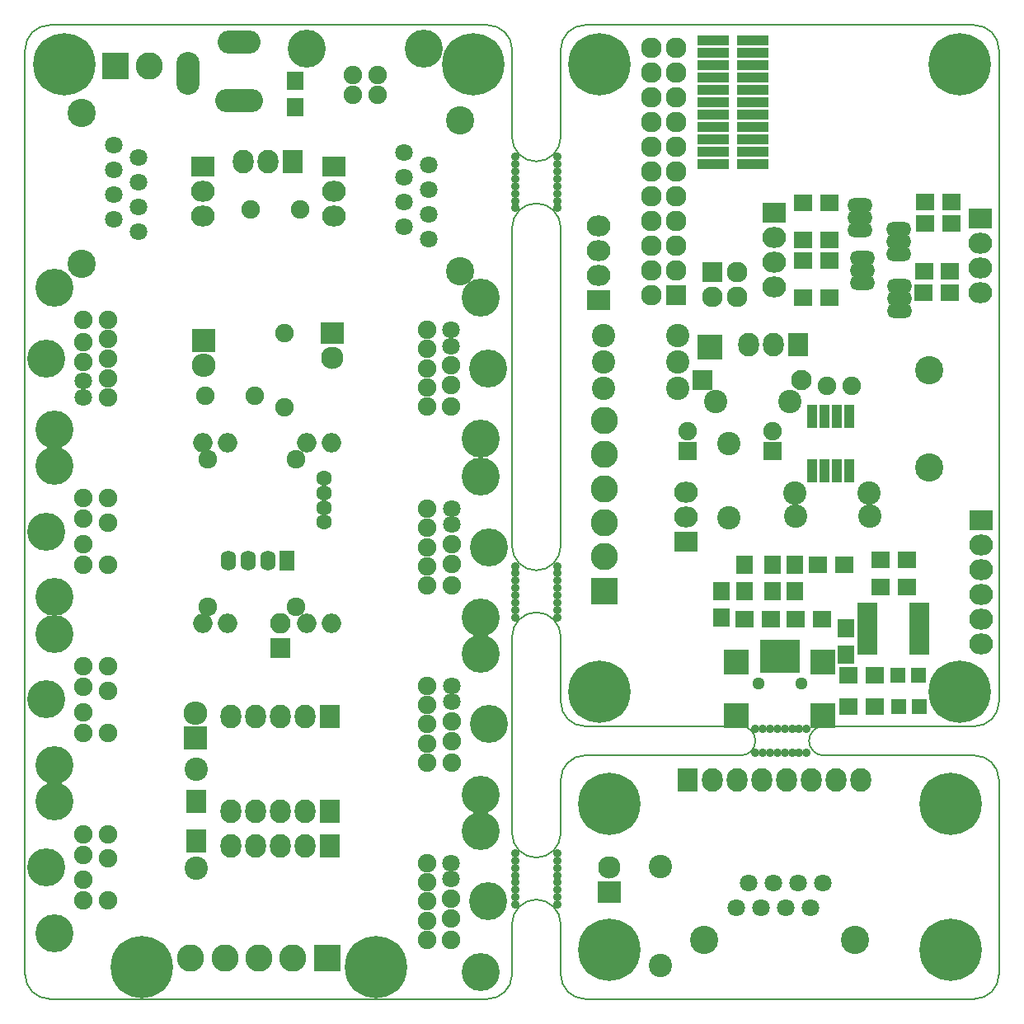
<source format=gts>
G04 #@! TF.GenerationSoftware,KiCad,Pcbnew,5.1.5-52549c5~84~ubuntu18.04.1*
G04 #@! TF.CreationDate,2020-02-09T19:15:05+01:00*
G04 #@! TF.ProjectId,BPI-AddOn,4250492d-4164-4644-9f6e-2e6b69636164,rev?*
G04 #@! TF.SameCoordinates,Original*
G04 #@! TF.FileFunction,Soldermask,Top*
G04 #@! TF.FilePolarity,Negative*
%FSLAX46Y46*%
G04 Gerber Fmt 4.6, Leading zero omitted, Abs format (unit mm)*
G04 Created by KiCad (PCBNEW 5.1.5-52549c5~84~ubuntu18.04.1) date 2020-02-09 19:15:05*
%MOMM*%
%LPD*%
G04 APERTURE LIST*
%ADD10C,0.150000*%
%ADD11O,2.100000X2.100000*%
%ADD12R,2.100000X2.100000*%
%ADD13C,1.901140*%
%ADD14C,1.900000*%
%ADD15C,2.900000*%
%ADD16C,1.800000*%
%ADD17C,0.900000*%
%ADD18O,1.598880X2.099260*%
%ADD19R,1.598880X2.099260*%
%ADD20R,2.127200X2.127200*%
%ADD21O,2.127200X2.127200*%
%ADD22C,6.400000*%
%ADD23C,3.900000*%
%ADD24R,2.432000X2.127200*%
%ADD25O,2.432000X2.127200*%
%ADD26R,2.127200X2.432000*%
%ADD27O,2.127200X2.432000*%
%ADD28C,2.800000*%
%ADD29R,2.800000X2.800000*%
%ADD30O,2.398980X4.400500*%
%ADD31O,4.400500X2.398980*%
%ADD32O,4.900880X2.398980*%
%ADD33R,1.700000X1.900000*%
%ADD34R,0.999440X2.398980*%
%ADD35R,3.190000X1.140000*%
%ADD36R,1.900000X1.900000*%
%ADD37C,2.099260*%
%ADD38R,2.099260X2.099260*%
%ADD39C,2.899360*%
%ADD40R,1.900000X1.700000*%
%ADD41R,1.598880X1.598880*%
%ADD42R,2.597100X2.597100*%
%ADD43R,0.897840X3.400000*%
%ADD44C,1.299160*%
%ADD45R,2.051000X0.806400*%
%ADD46R,2.432000X2.432000*%
%ADD47O,2.432000X2.432000*%
%ADD48R,2.100000X2.400000*%
%ADD49C,2.398980*%
%ADD50C,3.900120*%
%ADD51R,2.400000X2.300000*%
%ADD52C,2.300000*%
%ADD53O,2.600000X1.500000*%
%ADD54R,2.635200X2.635200*%
%ADD55O,2.000000X2.000000*%
%ADD56C,1.924000*%
%ADD57C,1.600000*%
G04 APERTURE END LIST*
D10*
X167000000Y-126500000D02*
X167000000Y-146500000D01*
X167000000Y-118500000D02*
X167000000Y-51500000D01*
X122000000Y-112500000D02*
X122000000Y-118500000D01*
X122000000Y-126500000D02*
X122000000Y-132000000D01*
X117000000Y-69800000D02*
X117000000Y-102500000D01*
X122000000Y-102500000D02*
X122000000Y-69800000D01*
X117000000Y-112500000D02*
X117000000Y-111800000D01*
X122000000Y-112500000D02*
X122000000Y-111800000D01*
X117000000Y-146500000D02*
X117000000Y-141300000D01*
X122000000Y-141300000D02*
X122000000Y-146500000D01*
X117000000Y-129500000D02*
X117000000Y-132000000D01*
X117000000Y-112500000D02*
X117000000Y-129500000D01*
X117000000Y-102500000D02*
G75*
G03X119500000Y-105000000I2500000J0D01*
G01*
X119500000Y-105000000D02*
G75*
G03X122000000Y-102500000I0J2500000D01*
G01*
X119500000Y-109300000D02*
G75*
G03X117000000Y-111800000I0J-2500000D01*
G01*
X122000000Y-111800000D02*
G75*
G03X119500000Y-109300000I-2500000J0D01*
G01*
X149000000Y-124000000D02*
X164500000Y-124000000D01*
X167000000Y-126500000D02*
G75*
G03X164500000Y-124000000I-2500000J0D01*
G01*
X149000000Y-121000000D02*
X164500000Y-121000000D01*
X124500000Y-124000000D02*
X140500000Y-124000000D01*
X124500000Y-121000000D02*
X140500000Y-121000000D01*
X164500000Y-121000000D02*
G75*
G03X167000000Y-118500000I0J2500000D01*
G01*
X147500000Y-122500000D02*
G75*
G03X149000000Y-124000000I1500000J0D01*
G01*
X149000000Y-121000000D02*
G75*
G03X147500000Y-122500000I0J-1500000D01*
G01*
X140500000Y-124000000D02*
G75*
G03X142000000Y-122500000I0J1500000D01*
G01*
X142000000Y-122500000D02*
G75*
G03X140500000Y-121000000I-1500000J0D01*
G01*
X122000000Y-118500000D02*
G75*
G03X124500000Y-121000000I2500000J0D01*
G01*
X124500000Y-124000000D02*
G75*
G03X122000000Y-126500000I0J-2500000D01*
G01*
X119500000Y-67300000D02*
G75*
G03X117000000Y-69800000I0J-2500000D01*
G01*
X122000000Y-69800000D02*
G75*
G03X119500000Y-67300000I-2500000J0D01*
G01*
X117000000Y-132000000D02*
G75*
G03X119500000Y-134500000I2500000J0D01*
G01*
X119500000Y-134500000D02*
G75*
G03X122000000Y-132000000I0J2500000D01*
G01*
X122000000Y-60500000D02*
X122000000Y-51500000D01*
X119500000Y-63000000D02*
G75*
G03X122000000Y-60500000I0J2500000D01*
G01*
X117000000Y-60500000D02*
G75*
G03X119500000Y-63000000I2500000J0D01*
G01*
X124500000Y-49000000D02*
G75*
G03X122000000Y-51500000I0J-2500000D01*
G01*
X119500000Y-138800000D02*
G75*
G03X117000000Y-141300000I0J-2500000D01*
G01*
X122000000Y-141300000D02*
G75*
G03X119500000Y-138800000I-2500000J0D01*
G01*
X117000000Y-51500000D02*
X117000000Y-60500000D01*
X124500000Y-49000000D02*
X164500000Y-49000000D01*
X124500000Y-149000000D02*
X164500000Y-149000000D01*
X122000000Y-146500000D02*
G75*
G03X124500000Y-149000000I2500000J0D01*
G01*
X117000000Y-51500000D02*
G75*
G03X114500000Y-49000000I-2500000J0D01*
G01*
X114500000Y-149000000D02*
G75*
G03X117000000Y-146500000I0J2500000D01*
G01*
X67000000Y-146500000D02*
G75*
G03X69500000Y-149000000I2500000J0D01*
G01*
X164500000Y-149000000D02*
G75*
G03X167000000Y-146500000I0J2500000D01*
G01*
X69500000Y-49000000D02*
G75*
G03X67000000Y-51500000I0J-2500000D01*
G01*
X167000000Y-51500000D02*
G75*
G03X164500000Y-49000000I-2500000J0D01*
G01*
X67000000Y-146500000D02*
X67000000Y-51500000D01*
X69500000Y-149000000D02*
X114500000Y-149000000D01*
X69500000Y-49000000D02*
X114500000Y-49000000D01*
D11*
X93218000Y-110439200D03*
D12*
X93218000Y-112979200D03*
D13*
X90170000Y-67970400D03*
X95250000Y-67970400D03*
D14*
X90576400Y-87071200D03*
X85496400Y-87071200D03*
D15*
X152225200Y-142949200D03*
X136725200Y-142949200D03*
D16*
X148920200Y-137119200D03*
X147650200Y-139659200D03*
X146380200Y-137119200D03*
X145110200Y-139659200D03*
X143840200Y-137119200D03*
X141300200Y-137119200D03*
X140030200Y-139659200D03*
X142570200Y-139659200D03*
D17*
X117350000Y-67800000D03*
X117350000Y-67050000D03*
X117350000Y-62550000D03*
X117350000Y-63300000D03*
X117350000Y-64050000D03*
X117350000Y-64800000D03*
X117350000Y-65550000D03*
X117350000Y-66300000D03*
D18*
X87900260Y-104000000D03*
X91900760Y-104000000D03*
X89899240Y-104000000D03*
D19*
X93902280Y-104000000D03*
D20*
X133858000Y-76733400D03*
D21*
X131318000Y-76733400D03*
X133858000Y-74193400D03*
X131318000Y-74193400D03*
X133858000Y-71653400D03*
X131318000Y-71653400D03*
X133858000Y-69113400D03*
X131318000Y-69113400D03*
X133858000Y-66573400D03*
X131318000Y-66573400D03*
X133858000Y-64033400D03*
X131318000Y-64033400D03*
X133858000Y-61493400D03*
X131318000Y-61493400D03*
X133858000Y-58953400D03*
X131318000Y-58953400D03*
X133858000Y-56413400D03*
X131318000Y-56413400D03*
X133858000Y-53873400D03*
X131318000Y-53873400D03*
X133858000Y-51333400D03*
X131318000Y-51333400D03*
D22*
X162000000Y-129000000D03*
X163000000Y-117500000D03*
X126000000Y-53000000D03*
X163000000Y-53000000D03*
X126000000Y-117500000D03*
X162000000Y-144000000D03*
X127000000Y-129000000D03*
X127000000Y-144000000D03*
X103000000Y-145750000D03*
X113000000Y-53000000D03*
X79000000Y-145750000D03*
D16*
X110750000Y-136700000D03*
D14*
X110750000Y-138700000D03*
X110750000Y-140700000D03*
D16*
X110750000Y-135050000D03*
D14*
X108250000Y-137000000D03*
X108250000Y-139000000D03*
X110750000Y-142950000D03*
X108250000Y-135050000D03*
X108250000Y-141000000D03*
X108250000Y-142950000D03*
D23*
X113750000Y-146250000D03*
X114550000Y-139000000D03*
X113750000Y-131750000D03*
D16*
X110800000Y-118500000D03*
D14*
X110800000Y-120500000D03*
X110800000Y-122500000D03*
D16*
X110800000Y-116850000D03*
D14*
X108300000Y-118800000D03*
X108300000Y-120800000D03*
X110800000Y-124750000D03*
X108300000Y-116850000D03*
X108300000Y-122800000D03*
X108300000Y-124750000D03*
D23*
X113800000Y-128050000D03*
X114600000Y-120800000D03*
X113800000Y-113550000D03*
D16*
X110800000Y-100300000D03*
D14*
X110800000Y-102300000D03*
X110800000Y-104300000D03*
D16*
X110800000Y-98650000D03*
D14*
X108300000Y-100600000D03*
X108300000Y-102600000D03*
X110800000Y-106550000D03*
X108300000Y-98650000D03*
X108300000Y-104600000D03*
X108300000Y-106550000D03*
D23*
X113800000Y-109850000D03*
X114600000Y-102600000D03*
X113800000Y-95350000D03*
D16*
X110750000Y-81950000D03*
D14*
X110750000Y-83950000D03*
X110750000Y-85950000D03*
D16*
X110750000Y-80300000D03*
D14*
X108250000Y-82250000D03*
X108250000Y-84250000D03*
X110750000Y-88200000D03*
X108250000Y-80300000D03*
X108250000Y-86250000D03*
X108250000Y-88200000D03*
D23*
X113750000Y-91500000D03*
X114550000Y-84250000D03*
X113750000Y-77000000D03*
D16*
X73000000Y-85550000D03*
D14*
X73000000Y-83550000D03*
X73000000Y-81550000D03*
D16*
X73000000Y-87200000D03*
D14*
X75500000Y-85250000D03*
X75500000Y-83250000D03*
X73000000Y-79300000D03*
X75500000Y-87200000D03*
X75500000Y-81250000D03*
X75500000Y-79300000D03*
D23*
X70000000Y-76000000D03*
X69200000Y-83250000D03*
X70000000Y-90500000D03*
D14*
X73000000Y-119550000D03*
X73000000Y-116950000D03*
X73000000Y-121650000D03*
X73000000Y-114850000D03*
X75500000Y-121650000D03*
X75500000Y-117350000D03*
X75500000Y-114850000D03*
D23*
X70000000Y-111500000D03*
X69200000Y-118250000D03*
X70000000Y-125000000D03*
D14*
X73000000Y-136800000D03*
X73000000Y-134200000D03*
X73000000Y-138900000D03*
X73000000Y-132100000D03*
X75500000Y-138900000D03*
X75500000Y-134600000D03*
X75500000Y-132100000D03*
D23*
X70000000Y-128750000D03*
X69200000Y-135500000D03*
X70000000Y-142250000D03*
D16*
X76090000Y-63845000D03*
X76090000Y-61305000D03*
X78630000Y-62575000D03*
X78630000Y-65115000D03*
X76090000Y-66385000D03*
X78630000Y-67655000D03*
X76090000Y-68925000D03*
X78630000Y-70195000D03*
D15*
X72800000Y-58000000D03*
X72800000Y-73500000D03*
D16*
X108410000Y-68405000D03*
X108410000Y-70945000D03*
X105870000Y-69675000D03*
X105870000Y-67135000D03*
X108410000Y-65865000D03*
X105870000Y-64595000D03*
X108410000Y-63325000D03*
X105870000Y-62055000D03*
D15*
X111700000Y-74250000D03*
X111700000Y-58750000D03*
D24*
X85250000Y-63500000D03*
D25*
X85250000Y-66040000D03*
X85250000Y-68580000D03*
D24*
X98750000Y-63500000D03*
D25*
X98750000Y-66040000D03*
X98750000Y-68580000D03*
D22*
X71000000Y-53000000D03*
D26*
X98250000Y-133250000D03*
D27*
X95710000Y-133250000D03*
X93170000Y-133250000D03*
X90630000Y-133250000D03*
X88090000Y-133250000D03*
D28*
X94500000Y-144800000D03*
D29*
X98000000Y-144800000D03*
D28*
X91000000Y-144800000D03*
X87500000Y-144800000D03*
X84000000Y-144800000D03*
D30*
X83699020Y-54000120D03*
D31*
X89000000Y-50748920D03*
D32*
X89000000Y-56750940D03*
D26*
X135000000Y-126500000D03*
D27*
X137540000Y-126500000D03*
X140080000Y-126500000D03*
X142620000Y-126500000D03*
X145160000Y-126500000D03*
X147700000Y-126500000D03*
X150240000Y-126500000D03*
X152780000Y-126500000D03*
D26*
X98250000Y-129750000D03*
D27*
X95710000Y-129750000D03*
X93170000Y-129750000D03*
X90630000Y-129750000D03*
X88090000Y-129750000D03*
D26*
X98250000Y-120000000D03*
D27*
X95710000Y-120000000D03*
X93170000Y-120000000D03*
X90630000Y-120000000D03*
X88090000Y-120000000D03*
D28*
X79750000Y-53200000D03*
D29*
X76250000Y-53200000D03*
D33*
X94742000Y-54720500D03*
X94742000Y-57420500D03*
D34*
X151663400Y-89204800D03*
X150393400Y-89204800D03*
X149123400Y-89204800D03*
X147853400Y-89204800D03*
X147853400Y-94792800D03*
X149123400Y-94792800D03*
X150393400Y-94792800D03*
X151663400Y-94792800D03*
D26*
X94500000Y-63000000D03*
D27*
X91960000Y-63000000D03*
X89420000Y-63000000D03*
D13*
X149352000Y-86042500D03*
X151892000Y-86042500D03*
D35*
X141757400Y-63246000D03*
X137693400Y-63246000D03*
X141757400Y-61976000D03*
X137693400Y-61976000D03*
X141757400Y-60706000D03*
X137693400Y-60706000D03*
X141757400Y-59436000D03*
X137693400Y-59436000D03*
X141757400Y-58166000D03*
X137693400Y-58166000D03*
X141757400Y-56896000D03*
X137693400Y-56896000D03*
X141757400Y-55626000D03*
X137693400Y-55626000D03*
X141757400Y-54356000D03*
X137693400Y-54356000D03*
X141757400Y-53086000D03*
X137693400Y-53086000D03*
X141757400Y-51816000D03*
X137693400Y-51816000D03*
X141757400Y-50546000D03*
X137693400Y-50546000D03*
D36*
X143764000Y-92694000D03*
D14*
X143764000Y-90694000D03*
D36*
X135001000Y-92694000D03*
D14*
X135001000Y-90694000D03*
D37*
X146749020Y-85468460D03*
D38*
X136589020Y-85468460D03*
D14*
X73000000Y-102300000D03*
X73000000Y-99700000D03*
X73000000Y-104400000D03*
X73000000Y-97600000D03*
X75500000Y-104400000D03*
X75500000Y-100100000D03*
X75500000Y-97600000D03*
D23*
X70000000Y-94250000D03*
X69200000Y-101000000D03*
X70000000Y-107750000D03*
D39*
X159829500Y-84406740D03*
X159829500Y-94409260D03*
D33*
X138480800Y-107158800D03*
X138480800Y-109858800D03*
D40*
X151083000Y-104457500D03*
X148383000Y-104457500D03*
X143600000Y-110000000D03*
X140900000Y-110000000D03*
X146150000Y-110000000D03*
X148850000Y-110000000D03*
X154860000Y-103949500D03*
X157560000Y-103949500D03*
X154860000Y-106680000D03*
X157560000Y-106680000D03*
D41*
X158783020Y-118999000D03*
X156684980Y-118999000D03*
X158719520Y-115760500D03*
X156621480Y-115760500D03*
D42*
X148929760Y-114380500D03*
D43*
X142902340Y-113800000D03*
X143702440Y-113800000D03*
X144500000Y-113800000D03*
X145297560Y-113800000D03*
X146097660Y-113800000D03*
D44*
X142302900Y-116628400D03*
X146699640Y-116628400D03*
D42*
X140070240Y-114380500D03*
X140070240Y-119879600D03*
X148929760Y-119879600D03*
D24*
X165201600Y-99822000D03*
D25*
X165201600Y-102362000D03*
X165201600Y-104902000D03*
X165201600Y-107442000D03*
X165201600Y-109982000D03*
X165201600Y-112522000D03*
D33*
X146000000Y-104400000D03*
X146000000Y-107100000D03*
D45*
X158813500Y-111315500D03*
X158813500Y-110680500D03*
X158813500Y-110045500D03*
X158813500Y-109410500D03*
X153479500Y-113220500D03*
X158813500Y-113220500D03*
X158813500Y-112585500D03*
X158813500Y-111950500D03*
X153479500Y-108775500D03*
X153479500Y-109410500D03*
X153479500Y-110045500D03*
X153479500Y-110680500D03*
X153479500Y-111315500D03*
X153479500Y-111950500D03*
X158813500Y-108775500D03*
X153479500Y-112585500D03*
D28*
X126480800Y-103598800D03*
D29*
X126480800Y-107098800D03*
D28*
X126480800Y-100098800D03*
X126480800Y-96598800D03*
X126480800Y-93098800D03*
X126480800Y-89598800D03*
D46*
X84518500Y-122237500D03*
D47*
X84518500Y-119697500D03*
D48*
X84582000Y-132746500D03*
X84582000Y-128746500D03*
D49*
X153733500Y-99441000D03*
X146113500Y-99441000D03*
X137922000Y-87693500D03*
X145542000Y-87693500D03*
X139255500Y-99631500D03*
X139255500Y-92011500D03*
D33*
X143750000Y-107100000D03*
X143750000Y-104400000D03*
D40*
X154258000Y-118999000D03*
X151558000Y-118999000D03*
X154258000Y-115760500D03*
X151558000Y-115760500D03*
D33*
X151257000Y-113618000D03*
X151257000Y-110918000D03*
D49*
X146050000Y-97028000D03*
X153670000Y-97028000D03*
D14*
X93599000Y-80645000D03*
X93599000Y-88265000D03*
D17*
X142000000Y-123750000D03*
X142750000Y-123750000D03*
X147250000Y-123750000D03*
X146500000Y-123750000D03*
X145750000Y-123750000D03*
X145000000Y-123750000D03*
X144250000Y-123750000D03*
X143500000Y-123750000D03*
X142000000Y-121250000D03*
X142750000Y-121250000D03*
X147250000Y-121250000D03*
X146500000Y-121250000D03*
X145750000Y-121250000D03*
X145000000Y-121250000D03*
X144250000Y-121250000D03*
X143500000Y-121250000D03*
X121650000Y-139300000D03*
X121650000Y-138550000D03*
X121650000Y-134050000D03*
X121650000Y-134800000D03*
X121650000Y-135550000D03*
X121650000Y-136300000D03*
X121650000Y-137050000D03*
X121650000Y-137800000D03*
X117350000Y-139300000D03*
X117350000Y-138550000D03*
X117350000Y-134050000D03*
X117350000Y-134800000D03*
X117350000Y-135550000D03*
X117350000Y-136300000D03*
X117350000Y-137050000D03*
X117350000Y-137800000D03*
X121650000Y-109800000D03*
X121650000Y-109050000D03*
X121650000Y-104550000D03*
X121650000Y-105300000D03*
X121650000Y-106050000D03*
X121650000Y-106800000D03*
X121650000Y-107550000D03*
X121650000Y-108300000D03*
X117350000Y-109800000D03*
X117350000Y-109050000D03*
X117350000Y-104550000D03*
X117350000Y-105300000D03*
X117350000Y-106050000D03*
X117350000Y-106800000D03*
X117350000Y-107550000D03*
X117350000Y-108300000D03*
X121650000Y-67800000D03*
X121650000Y-67050000D03*
X121650000Y-62550000D03*
X121650000Y-63300000D03*
X121650000Y-64050000D03*
X121650000Y-64800000D03*
X121650000Y-65550000D03*
X121650000Y-66300000D03*
D49*
X84582000Y-135572500D03*
X84582000Y-125412500D03*
D33*
X140843000Y-104441000D03*
X140843000Y-107141000D03*
D13*
X103162100Y-54152800D03*
X100672900Y-54152800D03*
X100672900Y-56159400D03*
X103162100Y-56159400D03*
D50*
X107937300Y-51435000D03*
X95897700Y-51435000D03*
D51*
X127000000Y-138000000D03*
D52*
X127000000Y-135460000D03*
D49*
X132270500Y-135445500D03*
X132270500Y-145605500D03*
D26*
X146367500Y-81788000D03*
D27*
X143827500Y-81788000D03*
X141287500Y-81788000D03*
D24*
X125882400Y-77241400D03*
D25*
X125882400Y-74701400D03*
X125882400Y-72161400D03*
X125882400Y-69621400D03*
D24*
X134874000Y-102044500D03*
D25*
X134874000Y-99504500D03*
X134874000Y-96964500D03*
D53*
X152717500Y-67500500D03*
X152717500Y-68770500D03*
X152717500Y-70040500D03*
X156718000Y-69977000D03*
X156718000Y-71247000D03*
X156718000Y-72517000D03*
X152971500Y-72961500D03*
X152971500Y-74231500D03*
X152971500Y-75501500D03*
X156781500Y-75819000D03*
X156781500Y-77089000D03*
X156781500Y-78359000D03*
D20*
X137604500Y-74358500D03*
D21*
X140144500Y-74358500D03*
X137604500Y-76898500D03*
X140144500Y-76898500D03*
D54*
X137287000Y-82042000D03*
D40*
X149559000Y-67246500D03*
X146859000Y-67246500D03*
X149559000Y-71056500D03*
X146859000Y-71056500D03*
X159432000Y-67183000D03*
X162132000Y-67183000D03*
X159432000Y-69342000D03*
X162132000Y-69342000D03*
X149559000Y-73152000D03*
X146859000Y-73152000D03*
X159292300Y-74307700D03*
X161992300Y-74307700D03*
X159266900Y-76466700D03*
X161966900Y-76466700D03*
D49*
X133985000Y-80899000D03*
X126365000Y-80899000D03*
X133985000Y-83629500D03*
X126365000Y-83629500D03*
X126365000Y-86296500D03*
X133985000Y-86296500D03*
D40*
X149622500Y-77025500D03*
X146922500Y-77025500D03*
D24*
X143954500Y-68262500D03*
D25*
X143954500Y-70802500D03*
X143954500Y-73342500D03*
X143954500Y-75882500D03*
D24*
X165100000Y-68834000D03*
D25*
X165100000Y-71374000D03*
X165100000Y-73914000D03*
X165100000Y-76454000D03*
D55*
X85217000Y-91884500D03*
X87757000Y-91884500D03*
X95885000Y-91884500D03*
X98425000Y-91884500D03*
X85217000Y-110426500D03*
X87757000Y-110426500D03*
X95885000Y-110426500D03*
X98425000Y-110426500D03*
D56*
X94821000Y-93555500D03*
X94821000Y-108755500D03*
X85721000Y-93555500D03*
X85721000Y-108755500D03*
D51*
X98552000Y-80645000D03*
D52*
X98552000Y-83185000D03*
D46*
X85344000Y-81407000D03*
D47*
X85344000Y-83947000D03*
D57*
X97663000Y-95540000D03*
X97663000Y-97040000D03*
X97663000Y-100040000D03*
X97663000Y-98540000D03*
M02*

</source>
